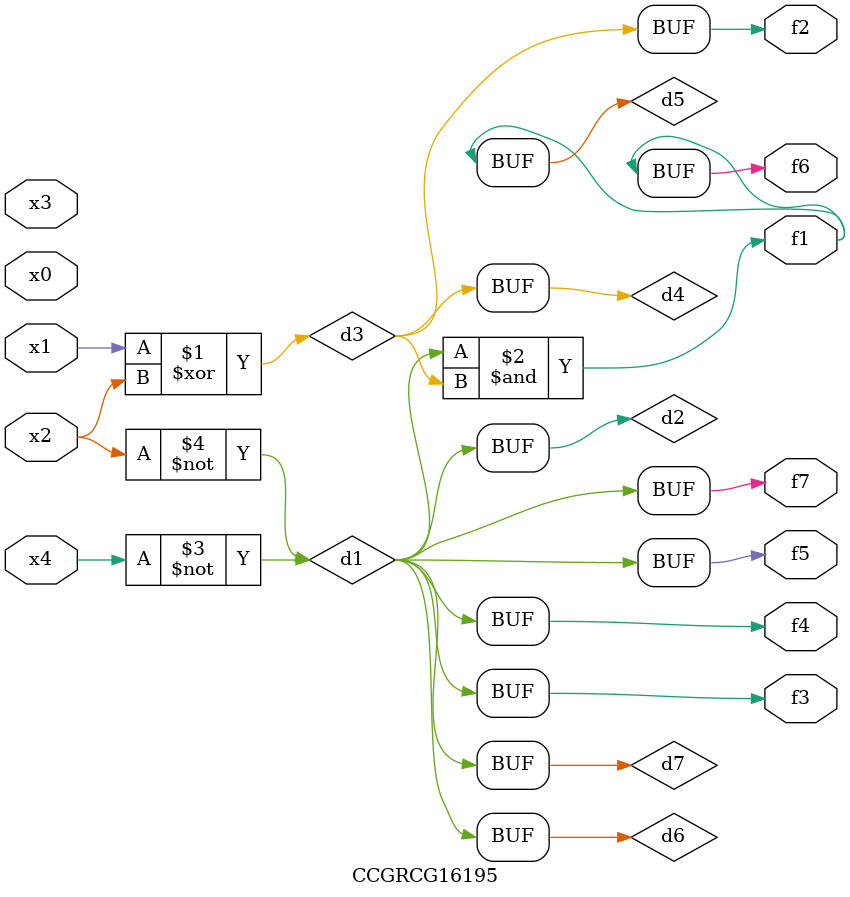
<source format=v>
module CCGRCG16195(
	input x0, x1, x2, x3, x4,
	output f1, f2, f3, f4, f5, f6, f7
);

	wire d1, d2, d3, d4, d5, d6, d7;

	not (d1, x4);
	not (d2, x2);
	xor (d3, x1, x2);
	buf (d4, d3);
	and (d5, d1, d3);
	buf (d6, d1, d2);
	buf (d7, d2);
	assign f1 = d5;
	assign f2 = d4;
	assign f3 = d7;
	assign f4 = d7;
	assign f5 = d7;
	assign f6 = d5;
	assign f7 = d7;
endmodule

</source>
